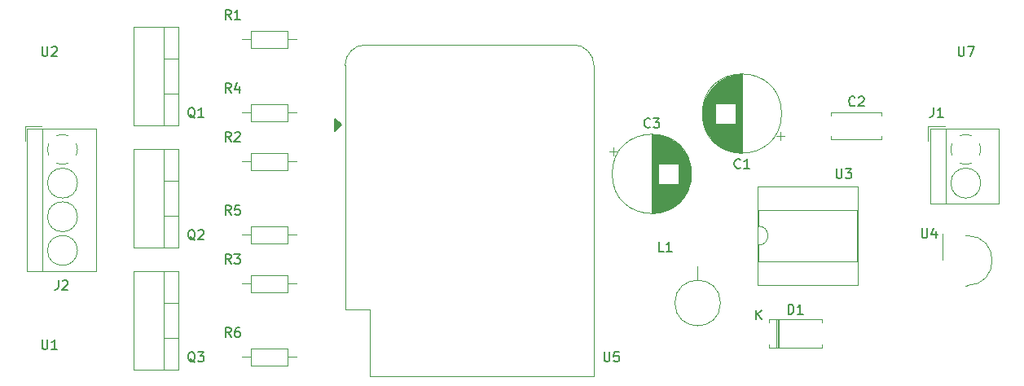
<source format=gbr>
%TF.GenerationSoftware,KiCad,Pcbnew,(6.0.2-0)*%
%TF.CreationDate,2024-01-10T11:36:12-05:00*%
%TF.ProjectId,arduino_control_rgb,61726475-696e-46f5-9f63-6f6e74726f6c,rev?*%
%TF.SameCoordinates,Original*%
%TF.FileFunction,Legend,Top*%
%TF.FilePolarity,Positive*%
%FSLAX46Y46*%
G04 Gerber Fmt 4.6, Leading zero omitted, Abs format (unit mm)*
G04 Created by KiCad (PCBNEW (6.0.2-0)) date 2024-01-10 11:36:12*
%MOMM*%
%LPD*%
G01*
G04 APERTURE LIST*
%ADD10C,0.150000*%
%ADD11C,0.120000*%
G04 APERTURE END LIST*
D10*
%TO.C,U7*%
X291338095Y-4532380D02*
X291338095Y-5341904D01*
X291385714Y-5437142D01*
X291433333Y-5484761D01*
X291528571Y-5532380D01*
X291719047Y-5532380D01*
X291814285Y-5484761D01*
X291861904Y-5437142D01*
X291909523Y-5341904D01*
X291909523Y-4532380D01*
X292290476Y-4532380D02*
X292957142Y-4532380D01*
X292528571Y-5532380D01*
%TO.C,U5*%
X254508095Y-36282380D02*
X254508095Y-37091904D01*
X254555714Y-37187142D01*
X254603333Y-37234761D01*
X254698571Y-37282380D01*
X254889047Y-37282380D01*
X254984285Y-37234761D01*
X255031904Y-37187142D01*
X255079523Y-37091904D01*
X255079523Y-36282380D01*
X256031904Y-36282380D02*
X255555714Y-36282380D01*
X255508095Y-36758571D01*
X255555714Y-36710952D01*
X255650952Y-36663333D01*
X255889047Y-36663333D01*
X255984285Y-36710952D01*
X256031904Y-36758571D01*
X256079523Y-36853809D01*
X256079523Y-37091904D01*
X256031904Y-37187142D01*
X255984285Y-37234761D01*
X255889047Y-37282380D01*
X255650952Y-37282380D01*
X255555714Y-37234761D01*
X255508095Y-37187142D01*
%TO.C,U4*%
X287528095Y-23442380D02*
X287528095Y-24251904D01*
X287575714Y-24347142D01*
X287623333Y-24394761D01*
X287718571Y-24442380D01*
X287909047Y-24442380D01*
X288004285Y-24394761D01*
X288051904Y-24347142D01*
X288099523Y-24251904D01*
X288099523Y-23442380D01*
X289004285Y-23775714D02*
X289004285Y-24442380D01*
X288766190Y-23394761D02*
X288528095Y-24109047D01*
X289147142Y-24109047D01*
%TO.C,U3*%
X278638095Y-17232380D02*
X278638095Y-18041904D01*
X278685714Y-18137142D01*
X278733333Y-18184761D01*
X278828571Y-18232380D01*
X279019047Y-18232380D01*
X279114285Y-18184761D01*
X279161904Y-18137142D01*
X279209523Y-18041904D01*
X279209523Y-17232380D01*
X279590476Y-17232380D02*
X280209523Y-17232380D01*
X279876190Y-17613333D01*
X280019047Y-17613333D01*
X280114285Y-17660952D01*
X280161904Y-17708571D01*
X280209523Y-17803809D01*
X280209523Y-18041904D01*
X280161904Y-18137142D01*
X280114285Y-18184761D01*
X280019047Y-18232380D01*
X279733333Y-18232380D01*
X279638095Y-18184761D01*
X279590476Y-18137142D01*
%TO.C,U2*%
X196088095Y-4532380D02*
X196088095Y-5341904D01*
X196135714Y-5437142D01*
X196183333Y-5484761D01*
X196278571Y-5532380D01*
X196469047Y-5532380D01*
X196564285Y-5484761D01*
X196611904Y-5437142D01*
X196659523Y-5341904D01*
X196659523Y-4532380D01*
X197088095Y-4627619D02*
X197135714Y-4580000D01*
X197230952Y-4532380D01*
X197469047Y-4532380D01*
X197564285Y-4580000D01*
X197611904Y-4627619D01*
X197659523Y-4722857D01*
X197659523Y-4818095D01*
X197611904Y-4960952D01*
X197040476Y-5532380D01*
X197659523Y-5532380D01*
%TO.C,U1*%
X196088095Y-35012380D02*
X196088095Y-35821904D01*
X196135714Y-35917142D01*
X196183333Y-35964761D01*
X196278571Y-36012380D01*
X196469047Y-36012380D01*
X196564285Y-35964761D01*
X196611904Y-35917142D01*
X196659523Y-35821904D01*
X196659523Y-35012380D01*
X197659523Y-36012380D02*
X197088095Y-36012380D01*
X197373809Y-36012380D02*
X197373809Y-35012380D01*
X197278571Y-35155238D01*
X197183333Y-35250476D01*
X197088095Y-35298095D01*
%TO.C,R6*%
X215733333Y-34742380D02*
X215400000Y-34266190D01*
X215161904Y-34742380D02*
X215161904Y-33742380D01*
X215542857Y-33742380D01*
X215638095Y-33790000D01*
X215685714Y-33837619D01*
X215733333Y-33932857D01*
X215733333Y-34075714D01*
X215685714Y-34170952D01*
X215638095Y-34218571D01*
X215542857Y-34266190D01*
X215161904Y-34266190D01*
X216590476Y-33742380D02*
X216400000Y-33742380D01*
X216304761Y-33790000D01*
X216257142Y-33837619D01*
X216161904Y-33980476D01*
X216114285Y-34170952D01*
X216114285Y-34551904D01*
X216161904Y-34647142D01*
X216209523Y-34694761D01*
X216304761Y-34742380D01*
X216495238Y-34742380D01*
X216590476Y-34694761D01*
X216638095Y-34647142D01*
X216685714Y-34551904D01*
X216685714Y-34313809D01*
X216638095Y-34218571D01*
X216590476Y-34170952D01*
X216495238Y-34123333D01*
X216304761Y-34123333D01*
X216209523Y-34170952D01*
X216161904Y-34218571D01*
X216114285Y-34313809D01*
%TO.C,R5*%
X215733333Y-22042380D02*
X215400000Y-21566190D01*
X215161904Y-22042380D02*
X215161904Y-21042380D01*
X215542857Y-21042380D01*
X215638095Y-21090000D01*
X215685714Y-21137619D01*
X215733333Y-21232857D01*
X215733333Y-21375714D01*
X215685714Y-21470952D01*
X215638095Y-21518571D01*
X215542857Y-21566190D01*
X215161904Y-21566190D01*
X216638095Y-21042380D02*
X216161904Y-21042380D01*
X216114285Y-21518571D01*
X216161904Y-21470952D01*
X216257142Y-21423333D01*
X216495238Y-21423333D01*
X216590476Y-21470952D01*
X216638095Y-21518571D01*
X216685714Y-21613809D01*
X216685714Y-21851904D01*
X216638095Y-21947142D01*
X216590476Y-21994761D01*
X216495238Y-22042380D01*
X216257142Y-22042380D01*
X216161904Y-21994761D01*
X216114285Y-21947142D01*
%TO.C,R4*%
X215733333Y-9342380D02*
X215400000Y-8866190D01*
X215161904Y-9342380D02*
X215161904Y-8342380D01*
X215542857Y-8342380D01*
X215638095Y-8390000D01*
X215685714Y-8437619D01*
X215733333Y-8532857D01*
X215733333Y-8675714D01*
X215685714Y-8770952D01*
X215638095Y-8818571D01*
X215542857Y-8866190D01*
X215161904Y-8866190D01*
X216590476Y-8675714D02*
X216590476Y-9342380D01*
X216352380Y-8294761D02*
X216114285Y-9009047D01*
X216733333Y-9009047D01*
%TO.C,R3*%
X215733333Y-27122380D02*
X215400000Y-26646190D01*
X215161904Y-27122380D02*
X215161904Y-26122380D01*
X215542857Y-26122380D01*
X215638095Y-26170000D01*
X215685714Y-26217619D01*
X215733333Y-26312857D01*
X215733333Y-26455714D01*
X215685714Y-26550952D01*
X215638095Y-26598571D01*
X215542857Y-26646190D01*
X215161904Y-26646190D01*
X216066666Y-26122380D02*
X216685714Y-26122380D01*
X216352380Y-26503333D01*
X216495238Y-26503333D01*
X216590476Y-26550952D01*
X216638095Y-26598571D01*
X216685714Y-26693809D01*
X216685714Y-26931904D01*
X216638095Y-27027142D01*
X216590476Y-27074761D01*
X216495238Y-27122380D01*
X216209523Y-27122380D01*
X216114285Y-27074761D01*
X216066666Y-27027142D01*
%TO.C,R2*%
X215733333Y-14422380D02*
X215400000Y-13946190D01*
X215161904Y-14422380D02*
X215161904Y-13422380D01*
X215542857Y-13422380D01*
X215638095Y-13470000D01*
X215685714Y-13517619D01*
X215733333Y-13612857D01*
X215733333Y-13755714D01*
X215685714Y-13850952D01*
X215638095Y-13898571D01*
X215542857Y-13946190D01*
X215161904Y-13946190D01*
X216114285Y-13517619D02*
X216161904Y-13470000D01*
X216257142Y-13422380D01*
X216495238Y-13422380D01*
X216590476Y-13470000D01*
X216638095Y-13517619D01*
X216685714Y-13612857D01*
X216685714Y-13708095D01*
X216638095Y-13850952D01*
X216066666Y-14422380D01*
X216685714Y-14422380D01*
%TO.C,R1*%
X215733333Y-1722380D02*
X215400000Y-1246190D01*
X215161904Y-1722380D02*
X215161904Y-722380D01*
X215542857Y-722380D01*
X215638095Y-770000D01*
X215685714Y-817619D01*
X215733333Y-912857D01*
X215733333Y-1055714D01*
X215685714Y-1150952D01*
X215638095Y-1198571D01*
X215542857Y-1246190D01*
X215161904Y-1246190D01*
X216685714Y-1722380D02*
X216114285Y-1722380D01*
X216400000Y-1722380D02*
X216400000Y-722380D01*
X216304761Y-865238D01*
X216209523Y-960476D01*
X216114285Y-1008095D01*
%TO.C,Q3*%
X211994761Y-37377619D02*
X211899523Y-37330000D01*
X211804285Y-37234761D01*
X211661428Y-37091904D01*
X211566190Y-37044285D01*
X211470952Y-37044285D01*
X211518571Y-37282380D02*
X211423333Y-37234761D01*
X211328095Y-37139523D01*
X211280476Y-36949047D01*
X211280476Y-36615714D01*
X211328095Y-36425238D01*
X211423333Y-36330000D01*
X211518571Y-36282380D01*
X211709047Y-36282380D01*
X211804285Y-36330000D01*
X211899523Y-36425238D01*
X211947142Y-36615714D01*
X211947142Y-36949047D01*
X211899523Y-37139523D01*
X211804285Y-37234761D01*
X211709047Y-37282380D01*
X211518571Y-37282380D01*
X212280476Y-36282380D02*
X212899523Y-36282380D01*
X212566190Y-36663333D01*
X212709047Y-36663333D01*
X212804285Y-36710952D01*
X212851904Y-36758571D01*
X212899523Y-36853809D01*
X212899523Y-37091904D01*
X212851904Y-37187142D01*
X212804285Y-37234761D01*
X212709047Y-37282380D01*
X212423333Y-37282380D01*
X212328095Y-37234761D01*
X212280476Y-37187142D01*
%TO.C,Q2*%
X211994761Y-24677619D02*
X211899523Y-24630000D01*
X211804285Y-24534761D01*
X211661428Y-24391904D01*
X211566190Y-24344285D01*
X211470952Y-24344285D01*
X211518571Y-24582380D02*
X211423333Y-24534761D01*
X211328095Y-24439523D01*
X211280476Y-24249047D01*
X211280476Y-23915714D01*
X211328095Y-23725238D01*
X211423333Y-23630000D01*
X211518571Y-23582380D01*
X211709047Y-23582380D01*
X211804285Y-23630000D01*
X211899523Y-23725238D01*
X211947142Y-23915714D01*
X211947142Y-24249047D01*
X211899523Y-24439523D01*
X211804285Y-24534761D01*
X211709047Y-24582380D01*
X211518571Y-24582380D01*
X212328095Y-23677619D02*
X212375714Y-23630000D01*
X212470952Y-23582380D01*
X212709047Y-23582380D01*
X212804285Y-23630000D01*
X212851904Y-23677619D01*
X212899523Y-23772857D01*
X212899523Y-23868095D01*
X212851904Y-24010952D01*
X212280476Y-24582380D01*
X212899523Y-24582380D01*
%TO.C,Q1*%
X211994761Y-11977619D02*
X211899523Y-11930000D01*
X211804285Y-11834761D01*
X211661428Y-11691904D01*
X211566190Y-11644285D01*
X211470952Y-11644285D01*
X211518571Y-11882380D02*
X211423333Y-11834761D01*
X211328095Y-11739523D01*
X211280476Y-11549047D01*
X211280476Y-11215714D01*
X211328095Y-11025238D01*
X211423333Y-10930000D01*
X211518571Y-10882380D01*
X211709047Y-10882380D01*
X211804285Y-10930000D01*
X211899523Y-11025238D01*
X211947142Y-11215714D01*
X211947142Y-11549047D01*
X211899523Y-11739523D01*
X211804285Y-11834761D01*
X211709047Y-11882380D01*
X211518571Y-11882380D01*
X212899523Y-11882380D02*
X212328095Y-11882380D01*
X212613809Y-11882380D02*
X212613809Y-10882380D01*
X212518571Y-11025238D01*
X212423333Y-11120476D01*
X212328095Y-11168095D01*
%TO.C,L1*%
X260698333Y-25852380D02*
X260222142Y-25852380D01*
X260222142Y-24852380D01*
X261555476Y-25852380D02*
X260984047Y-25852380D01*
X261269761Y-25852380D02*
X261269761Y-24852380D01*
X261174523Y-24995238D01*
X261079285Y-25090476D01*
X260984047Y-25138095D01*
%TO.C,J2*%
X197786666Y-28832380D02*
X197786666Y-29546666D01*
X197739047Y-29689523D01*
X197643809Y-29784761D01*
X197500952Y-29832380D01*
X197405714Y-29832380D01*
X198215238Y-28927619D02*
X198262857Y-28880000D01*
X198358095Y-28832380D01*
X198596190Y-28832380D01*
X198691428Y-28880000D01*
X198739047Y-28927619D01*
X198786666Y-29022857D01*
X198786666Y-29118095D01*
X198739047Y-29260952D01*
X198167619Y-29832380D01*
X198786666Y-29832380D01*
%TO.C,J1*%
X288736666Y-10882380D02*
X288736666Y-11596666D01*
X288689047Y-11739523D01*
X288593809Y-11834761D01*
X288450952Y-11882380D01*
X288355714Y-11882380D01*
X289736666Y-11882380D02*
X289165238Y-11882380D01*
X289450952Y-11882380D02*
X289450952Y-10882380D01*
X289355714Y-11025238D01*
X289260476Y-11120476D01*
X289165238Y-11168095D01*
%TO.C,D1*%
X273656904Y-32352380D02*
X273656904Y-31352380D01*
X273895000Y-31352380D01*
X274037857Y-31400000D01*
X274133095Y-31495238D01*
X274180714Y-31590476D01*
X274228333Y-31780952D01*
X274228333Y-31923809D01*
X274180714Y-32114285D01*
X274133095Y-32209523D01*
X274037857Y-32304761D01*
X273895000Y-32352380D01*
X273656904Y-32352380D01*
X275180714Y-32352380D02*
X274609285Y-32352380D01*
X274895000Y-32352380D02*
X274895000Y-31352380D01*
X274799761Y-31495238D01*
X274704523Y-31590476D01*
X274609285Y-31638095D01*
X270323095Y-32922380D02*
X270323095Y-31922380D01*
X270894523Y-32922380D02*
X270465952Y-32350952D01*
X270894523Y-31922380D02*
X270323095Y-32493809D01*
%TO.C,C3*%
X259303031Y-12887142D02*
X259255412Y-12934761D01*
X259112555Y-12982380D01*
X259017317Y-12982380D01*
X258874459Y-12934761D01*
X258779221Y-12839523D01*
X258731602Y-12744285D01*
X258683983Y-12553809D01*
X258683983Y-12410952D01*
X258731602Y-12220476D01*
X258779221Y-12125238D01*
X258874459Y-12030000D01*
X259017317Y-11982380D01*
X259112555Y-11982380D01*
X259255412Y-12030000D01*
X259303031Y-12077619D01*
X259636364Y-11982380D02*
X260255412Y-11982380D01*
X259922078Y-12363333D01*
X260064936Y-12363333D01*
X260160174Y-12410952D01*
X260207793Y-12458571D01*
X260255412Y-12553809D01*
X260255412Y-12791904D01*
X260207793Y-12887142D01*
X260160174Y-12934761D01*
X260064936Y-12982380D01*
X259779221Y-12982380D01*
X259683983Y-12934761D01*
X259636364Y-12887142D01*
%TO.C,C2*%
X280578333Y-10637142D02*
X280530714Y-10684761D01*
X280387857Y-10732380D01*
X280292619Y-10732380D01*
X280149761Y-10684761D01*
X280054523Y-10589523D01*
X280006904Y-10494285D01*
X279959285Y-10303809D01*
X279959285Y-10160952D01*
X280006904Y-9970476D01*
X280054523Y-9875238D01*
X280149761Y-9780000D01*
X280292619Y-9732380D01*
X280387857Y-9732380D01*
X280530714Y-9780000D01*
X280578333Y-9827619D01*
X280959285Y-9827619D02*
X281006904Y-9780000D01*
X281102142Y-9732380D01*
X281340238Y-9732380D01*
X281435476Y-9780000D01*
X281483095Y-9827619D01*
X281530714Y-9922857D01*
X281530714Y-10018095D01*
X281483095Y-10160952D01*
X280911666Y-10732380D01*
X281530714Y-10732380D01*
%TO.C,C1*%
X268668333Y-17117142D02*
X268620714Y-17164761D01*
X268477857Y-17212380D01*
X268382619Y-17212380D01*
X268239761Y-17164761D01*
X268144523Y-17069523D01*
X268096904Y-16974285D01*
X268049285Y-16783809D01*
X268049285Y-16640952D01*
X268096904Y-16450476D01*
X268144523Y-16355238D01*
X268239761Y-16260000D01*
X268382619Y-16212380D01*
X268477857Y-16212380D01*
X268620714Y-16260000D01*
X268668333Y-16307619D01*
X269620714Y-17212380D02*
X269049285Y-17212380D01*
X269335000Y-17212380D02*
X269335000Y-16212380D01*
X269239761Y-16355238D01*
X269144523Y-16450476D01*
X269049285Y-16498095D01*
D11*
%TO.C,U5*%
X227585000Y-31920000D02*
X230125000Y-31920000D01*
X230125000Y-31920000D02*
X230125000Y-38820000D01*
X230125000Y-38820000D02*
X253445000Y-38820000D01*
X227585000Y-31920000D02*
X227585000Y-6490000D01*
X251325000Y-4360000D02*
X229715000Y-4360000D01*
X253445000Y-38820000D02*
X253445000Y-6490000D01*
X253445000Y-6490000D02*
G75*
G03*
X251315000Y-4360000I-2130002J-2D01*
G01*
X229715000Y-4360000D02*
G75*
G03*
X227585000Y-6490000I2J-2130002D01*
G01*
D10*
X226545000Y-12065000D02*
X226545000Y-13335000D01*
X226545000Y-13335000D02*
X227180000Y-12700000D01*
X227180000Y-12700000D02*
X226545000Y-12065000D01*
G36*
X227180000Y-12700000D02*
G01*
X226545000Y-13335000D01*
X226545000Y-12065000D01*
X227180000Y-12700000D01*
G37*
X227180000Y-12700000D02*
X226545000Y-13335000D01*
X226545000Y-12065000D01*
X227180000Y-12700000D01*
D11*
%TO.C,U4*%
X292240302Y-29390000D02*
X292040302Y-29390000D01*
X292240302Y-24190000D02*
X292040302Y-24190000D01*
X289680302Y-23990000D02*
X289680302Y-26750000D01*
X292240302Y-29390000D02*
G75*
G03*
X292240302Y-24190000I0J2600000D01*
G01*
%TO.C,U3*%
X270475000Y-19060000D02*
X270475000Y-29340000D01*
X280815000Y-21550000D02*
X270535000Y-21550000D01*
X270535000Y-21550000D02*
X270535000Y-23200000D01*
X270535000Y-25200000D02*
X270535000Y-26850000D01*
X270475000Y-29340000D02*
X280875000Y-29340000D01*
X270535000Y-26850000D02*
X280815000Y-26850000D01*
X280875000Y-29340000D02*
X280875000Y-19060000D01*
X280815000Y-26850000D02*
X280815000Y-21550000D01*
X280875000Y-19060000D02*
X270475000Y-19060000D01*
X270535000Y-25200000D02*
G75*
G03*
X270535000Y-23200000I0J1000000D01*
G01*
%TO.C,R6*%
X217790000Y-35910000D02*
X217790000Y-37750000D01*
X217790000Y-37750000D02*
X221630000Y-37750000D01*
X221630000Y-35910000D02*
X217790000Y-35910000D01*
X216840000Y-36830000D02*
X217790000Y-36830000D01*
X221630000Y-37750000D02*
X221630000Y-35910000D01*
X222580000Y-36830000D02*
X221630000Y-36830000D01*
%TO.C,R5*%
X222580000Y-24130000D02*
X221630000Y-24130000D01*
X221630000Y-25050000D02*
X221630000Y-23210000D01*
X216840000Y-24130000D02*
X217790000Y-24130000D01*
X221630000Y-23210000D02*
X217790000Y-23210000D01*
X217790000Y-25050000D02*
X221630000Y-25050000D01*
X217790000Y-23210000D02*
X217790000Y-25050000D01*
%TO.C,R4*%
X217790000Y-10510000D02*
X217790000Y-12350000D01*
X217790000Y-12350000D02*
X221630000Y-12350000D01*
X221630000Y-10510000D02*
X217790000Y-10510000D01*
X216840000Y-11430000D02*
X217790000Y-11430000D01*
X221630000Y-12350000D02*
X221630000Y-10510000D01*
X222580000Y-11430000D02*
X221630000Y-11430000D01*
%TO.C,R3*%
X222580000Y-29210000D02*
X221630000Y-29210000D01*
X221630000Y-30130000D02*
X221630000Y-28290000D01*
X216840000Y-29210000D02*
X217790000Y-29210000D01*
X221630000Y-28290000D02*
X217790000Y-28290000D01*
X217790000Y-30130000D02*
X221630000Y-30130000D01*
X217790000Y-28290000D02*
X217790000Y-30130000D01*
%TO.C,R2*%
X217790000Y-15590000D02*
X217790000Y-17430000D01*
X217790000Y-17430000D02*
X221630000Y-17430000D01*
X221630000Y-15590000D02*
X217790000Y-15590000D01*
X216840000Y-16510000D02*
X217790000Y-16510000D01*
X221630000Y-17430000D02*
X221630000Y-15590000D01*
X222580000Y-16510000D02*
X221630000Y-16510000D01*
%TO.C,R1*%
X217790000Y-2890000D02*
X217790000Y-4730000D01*
X217790000Y-4730000D02*
X221630000Y-4730000D01*
X221630000Y-2890000D02*
X217790000Y-2890000D01*
X216840000Y-3810000D02*
X217790000Y-3810000D01*
X221630000Y-4730000D02*
X221630000Y-2890000D01*
X222580000Y-3810000D02*
X221630000Y-3810000D01*
%TO.C,Q3*%
X210280000Y-27900000D02*
X210280000Y-38140000D01*
X210280000Y-31170000D02*
X208770000Y-31170000D01*
X210280000Y-34871000D02*
X208770000Y-34871000D01*
X210280000Y-27900000D02*
X205639000Y-27900000D01*
X205639000Y-27900000D02*
X205639000Y-38140000D01*
X210280000Y-38140000D02*
X205639000Y-38140000D01*
X208770000Y-27900000D02*
X208770000Y-38140000D01*
%TO.C,Q2*%
X210280000Y-15200000D02*
X210280000Y-25440000D01*
X210280000Y-18470000D02*
X208770000Y-18470000D01*
X210280000Y-22171000D02*
X208770000Y-22171000D01*
X210280000Y-15200000D02*
X205639000Y-15200000D01*
X205639000Y-15200000D02*
X205639000Y-25440000D01*
X210280000Y-25440000D02*
X205639000Y-25440000D01*
X208770000Y-15200000D02*
X208770000Y-25440000D01*
%TO.C,Q1*%
X210280000Y-2500000D02*
X210280000Y-12740000D01*
X210280000Y-5770000D02*
X208770000Y-5770000D01*
X210280000Y-9471000D02*
X208770000Y-9471000D01*
X210280000Y-2500000D02*
X205639000Y-2500000D01*
X205639000Y-2500000D02*
X205639000Y-12740000D01*
X210280000Y-12740000D02*
X205639000Y-12740000D01*
X208770000Y-2500000D02*
X208770000Y-12740000D01*
%TO.C,L1*%
X264235000Y-28835000D02*
X264235000Y-27425000D01*
X266605000Y-31205000D02*
G75*
G03*
X266605000Y-31205000I-2370000J0D01*
G01*
%TO.C,J2*%
X199775000Y-22240000D02*
G75*
G03*
X199775000Y-22240000I-1555000J0D01*
G01*
X199775000Y-25740000D02*
G75*
G03*
X199775000Y-25740000I-1555000J0D01*
G01*
X199775000Y-18740000D02*
G75*
G03*
X199775000Y-18740000I-1555000J0D01*
G01*
X196665000Y-15240000D02*
G75*
G03*
X196788615Y-15847587I1554997J-1D01*
G01*
X197612000Y-16672000D02*
G75*
G03*
X198827742Y-16672109I607999J1432003D01*
G01*
X196788000Y-14632000D02*
G75*
G03*
X196664507Y-15267011I1431988J-607998D01*
G01*
X199652000Y-15848000D02*
G75*
G03*
X199652109Y-14632258I-1432003J607999D01*
G01*
X198828000Y-13808000D02*
G75*
G03*
X197612258Y-13807891I-607999J-1432003D01*
G01*
X196120000Y-13080000D02*
X196120000Y-27900000D01*
X201680000Y-13080000D02*
X201680000Y-27900000D01*
X201680000Y-13080000D02*
X194560000Y-13080000D01*
X194560000Y-13080000D02*
X194560000Y-27900000D01*
X194320000Y-12840000D02*
X194320000Y-14340000D01*
X201680000Y-27900000D02*
X194560000Y-27900000D01*
X196060000Y-12840000D02*
X194320000Y-12840000D01*
%TO.C,J1*%
X295560000Y-13080000D02*
X295560000Y-20900000D01*
X295560000Y-20900000D02*
X288440000Y-20900000D01*
X290000000Y-13080000D02*
X290000000Y-20900000D01*
X289940000Y-12840000D02*
X288200000Y-12840000D01*
X295560000Y-13080000D02*
X288440000Y-13080000D01*
X288200000Y-12840000D02*
X288200000Y-14340000D01*
X288440000Y-13080000D02*
X288440000Y-20900000D01*
X291492000Y-16672000D02*
G75*
G03*
X292707742Y-16672109I607999J1432003D01*
G01*
X290545000Y-15240000D02*
G75*
G03*
X290668615Y-15847587I1554997J-1D01*
G01*
X293532000Y-15848000D02*
G75*
G03*
X293532109Y-14632258I-1432003J607999D01*
G01*
X290668000Y-14632000D02*
G75*
G03*
X290544507Y-15267011I1431988J-607998D01*
G01*
X292708000Y-13808000D02*
G75*
G03*
X291492258Y-13807891I-607999J-1432003D01*
G01*
X293655000Y-18740000D02*
G75*
G03*
X293655000Y-18740000I-1555000J0D01*
G01*
%TO.C,D1*%
X272575000Y-32900000D02*
X272575000Y-35840000D01*
X271675000Y-32900000D02*
X277115000Y-32900000D01*
X272455000Y-32900000D02*
X272455000Y-35840000D01*
X271675000Y-33230000D02*
X271675000Y-32900000D01*
X271675000Y-35840000D02*
X277115000Y-35840000D01*
X272695000Y-32900000D02*
X272695000Y-35840000D01*
X271675000Y-35510000D02*
X271675000Y-35840000D01*
X277115000Y-35840000D02*
X277115000Y-35510000D01*
X277115000Y-32900000D02*
X277115000Y-33230000D01*
%TO.C,C3*%
X262310698Y-14835000D02*
X262310698Y-20725000D01*
X260029698Y-13738000D02*
X260029698Y-21822000D01*
X260310698Y-18820000D02*
X260310698Y-21774000D01*
X259669698Y-13704000D02*
X259669698Y-21856000D01*
X259869698Y-13719000D02*
X259869698Y-21841000D01*
X260750698Y-18820000D02*
X260750698Y-21657000D01*
X262870698Y-15493000D02*
X262870698Y-20067000D01*
X260830698Y-13930000D02*
X260830698Y-16740000D01*
X260510698Y-13833000D02*
X260510698Y-16740000D01*
X263230698Y-16135000D02*
X263230698Y-19425000D01*
X262710698Y-15275000D02*
X262710698Y-20285000D01*
X259629698Y-13703000D02*
X259629698Y-21857000D01*
X261510698Y-18820000D02*
X261510698Y-21320000D01*
X260430698Y-18820000D02*
X260430698Y-21747000D01*
X261030698Y-18820000D02*
X261030698Y-21554000D01*
X262350698Y-14873000D02*
X262350698Y-20687000D01*
X261230698Y-14094000D02*
X261230698Y-16740000D01*
X261110698Y-14040000D02*
X261110698Y-16740000D01*
X262550698Y-15083000D02*
X262550698Y-20477000D01*
X260270698Y-13778000D02*
X260270698Y-16740000D01*
X260230698Y-18820000D02*
X260230698Y-21790000D01*
X261750698Y-14388000D02*
X261750698Y-16740000D01*
X260990698Y-13990000D02*
X260990698Y-16740000D01*
X260670698Y-18820000D02*
X260670698Y-21682000D01*
X260710698Y-13891000D02*
X260710698Y-16740000D01*
X260430698Y-13813000D02*
X260430698Y-16740000D01*
X261590698Y-18820000D02*
X261590698Y-21273000D01*
X262670698Y-15224000D02*
X262670698Y-20336000D01*
X263150698Y-15967000D02*
X263150698Y-19593000D01*
X260230698Y-13770000D02*
X260230698Y-16740000D01*
X260109698Y-13750000D02*
X260109698Y-21810000D01*
X259509698Y-13700000D02*
X259509698Y-21860000D01*
X261630698Y-14311000D02*
X261630698Y-16740000D01*
X260550698Y-13844000D02*
X260550698Y-16740000D01*
X260790698Y-18820000D02*
X260790698Y-21643000D01*
X262430698Y-14954000D02*
X262430698Y-20606000D01*
X262950698Y-15614000D02*
X262950698Y-19946000D01*
X262110698Y-14656000D02*
X262110698Y-16740000D01*
X261990698Y-18820000D02*
X261990698Y-21000000D01*
X259829698Y-13715000D02*
X259829698Y-21845000D01*
X263390698Y-16551000D02*
X263390698Y-19009000D01*
X261430698Y-18820000D02*
X261430698Y-21364000D01*
X260390698Y-13804000D02*
X260390698Y-16740000D01*
X255460000Y-15065000D02*
X255460000Y-15865000D01*
X260590698Y-13855000D02*
X260590698Y-16740000D01*
X260270698Y-18820000D02*
X260270698Y-21782000D01*
X260470698Y-13823000D02*
X260470698Y-16740000D01*
X261150698Y-18820000D02*
X261150698Y-21502000D01*
X261710698Y-18820000D02*
X261710698Y-21198000D01*
X259749698Y-13709000D02*
X259749698Y-21851000D01*
X260870698Y-13945000D02*
X260870698Y-16740000D01*
X261390698Y-14174000D02*
X261390698Y-16740000D01*
X261270698Y-18820000D02*
X261270698Y-21446000D01*
X262030698Y-18820000D02*
X262030698Y-20969000D01*
X260630698Y-18820000D02*
X260630698Y-21694000D01*
X260310698Y-13786000D02*
X260310698Y-16740000D01*
X261390698Y-18820000D02*
X261390698Y-21386000D01*
X262590698Y-15129000D02*
X262590698Y-20431000D01*
X261110698Y-18820000D02*
X261110698Y-21520000D01*
X260710698Y-18820000D02*
X260710698Y-21669000D01*
X261790698Y-18820000D02*
X261790698Y-21145000D01*
X260190698Y-18820000D02*
X260190698Y-21797000D01*
X261470698Y-18820000D02*
X261470698Y-21342000D01*
X262070698Y-18820000D02*
X262070698Y-20936000D01*
X262190698Y-18820000D02*
X262190698Y-20835000D01*
X262510698Y-15039000D02*
X262510698Y-20521000D01*
X261550698Y-14263000D02*
X261550698Y-16740000D01*
X260870698Y-18820000D02*
X260870698Y-21615000D01*
X261510698Y-14240000D02*
X261510698Y-16740000D01*
X262110698Y-18820000D02*
X262110698Y-20904000D01*
X262230698Y-14761000D02*
X262230698Y-16740000D01*
X259989698Y-13732000D02*
X259989698Y-21828000D01*
X261190698Y-18820000D02*
X261190698Y-21484000D01*
X260990698Y-18820000D02*
X260990698Y-21570000D01*
X261830698Y-14442000D02*
X261830698Y-16740000D01*
X260149698Y-13756000D02*
X260149698Y-21804000D01*
X260350698Y-18820000D02*
X260350698Y-21765000D01*
X262150698Y-14690000D02*
X262150698Y-16740000D01*
X263070698Y-15816000D02*
X263070698Y-19744000D01*
X262990698Y-15678000D02*
X262990698Y-19882000D01*
X263550698Y-17247000D02*
X263550698Y-18313000D01*
X262790698Y-15380000D02*
X262790698Y-20180000D01*
X261750698Y-18820000D02*
X261750698Y-21172000D01*
X261910698Y-14500000D02*
X261910698Y-16740000D01*
X260790698Y-13917000D02*
X260790698Y-16740000D01*
X263030698Y-15746000D02*
X263030698Y-19814000D01*
X261550698Y-18820000D02*
X261550698Y-21297000D01*
X261470698Y-14218000D02*
X261470698Y-16740000D01*
X259589698Y-13701000D02*
X259589698Y-21859000D01*
X260910698Y-18820000D02*
X260910698Y-21601000D01*
X262270698Y-14797000D02*
X262270698Y-20763000D01*
X262230698Y-18820000D02*
X262230698Y-20799000D01*
X262150698Y-18820000D02*
X262150698Y-20870000D01*
X261350698Y-18820000D02*
X261350698Y-21407000D01*
X259709698Y-13706000D02*
X259709698Y-21854000D01*
X262470698Y-14996000D02*
X262470698Y-20564000D01*
X262190698Y-14725000D02*
X262190698Y-16740000D01*
X261190698Y-14076000D02*
X261190698Y-16740000D01*
X260910698Y-13959000D02*
X260910698Y-16740000D01*
X261830698Y-18820000D02*
X261830698Y-21118000D01*
X260550698Y-18820000D02*
X260550698Y-21716000D01*
X260750698Y-13903000D02*
X260750698Y-16740000D01*
X261150698Y-14058000D02*
X261150698Y-16740000D01*
X261910698Y-18820000D02*
X261910698Y-21060000D01*
X261590698Y-14287000D02*
X261590698Y-16740000D01*
X260470698Y-18820000D02*
X260470698Y-21737000D01*
X255060000Y-15465000D02*
X255860000Y-15465000D01*
X263510698Y-17012000D02*
X263510698Y-18548000D01*
X260950698Y-18820000D02*
X260950698Y-21585000D01*
X260670698Y-13878000D02*
X260670698Y-16740000D01*
X260510698Y-18820000D02*
X260510698Y-21727000D01*
X262390698Y-14913000D02*
X262390698Y-20647000D01*
X260350698Y-13795000D02*
X260350698Y-16740000D01*
X263110698Y-15890000D02*
X263110698Y-19670000D01*
X261950698Y-18820000D02*
X261950698Y-21030000D01*
X261790698Y-14415000D02*
X261790698Y-16740000D01*
X261430698Y-14196000D02*
X261430698Y-16740000D01*
X260590698Y-18820000D02*
X260590698Y-21705000D01*
X261070698Y-18820000D02*
X261070698Y-21537000D01*
X262830698Y-15435000D02*
X262830698Y-20125000D01*
X261670698Y-18820000D02*
X261670698Y-21224000D01*
X261270698Y-14114000D02*
X261270698Y-16740000D01*
X262030698Y-14591000D02*
X262030698Y-16740000D01*
X261990698Y-14560000D02*
X261990698Y-16740000D01*
X261030698Y-14006000D02*
X261030698Y-16740000D01*
X261350698Y-14153000D02*
X261350698Y-16740000D01*
X263270698Y-16228000D02*
X263270698Y-19332000D01*
X259469698Y-13700000D02*
X259469698Y-21860000D01*
X261630698Y-18820000D02*
X261630698Y-21249000D01*
X260950698Y-13975000D02*
X260950698Y-16740000D01*
X260390698Y-18820000D02*
X260390698Y-21756000D01*
X259949698Y-13728000D02*
X259949698Y-21832000D01*
X260190698Y-13763000D02*
X260190698Y-16740000D01*
X261710698Y-14362000D02*
X261710698Y-16740000D01*
X262070698Y-14624000D02*
X262070698Y-16740000D01*
X262910698Y-15552000D02*
X262910698Y-20008000D01*
X261950698Y-14530000D02*
X261950698Y-16740000D01*
X263350698Y-16434000D02*
X263350698Y-19126000D01*
X260830698Y-18820000D02*
X260830698Y-21630000D01*
X259549698Y-13700000D02*
X259549698Y-21860000D01*
X262630698Y-15176000D02*
X262630698Y-20384000D01*
X260069698Y-13743000D02*
X260069698Y-21817000D01*
X261310698Y-14133000D02*
X261310698Y-16740000D01*
X261870698Y-14471000D02*
X261870698Y-16740000D01*
X263430698Y-16682000D02*
X263430698Y-18878000D01*
X263190698Y-16049000D02*
X263190698Y-19511000D01*
X259789698Y-13712000D02*
X259789698Y-21848000D01*
X263310698Y-16327000D02*
X263310698Y-19233000D01*
X261310698Y-18820000D02*
X261310698Y-21427000D01*
X261670698Y-14336000D02*
X261670698Y-16740000D01*
X261070698Y-14023000D02*
X261070698Y-16740000D01*
X261230698Y-18820000D02*
X261230698Y-21466000D01*
X259909698Y-13723000D02*
X259909698Y-21837000D01*
X263470698Y-16832000D02*
X263470698Y-18728000D01*
X262750698Y-15326000D02*
X262750698Y-20234000D01*
X260630698Y-13866000D02*
X260630698Y-16740000D01*
X261870698Y-18820000D02*
X261870698Y-21089000D01*
X263589698Y-17780000D02*
G75*
G03*
X263589698Y-17780000I-4120000J0D01*
G01*
%TO.C,C2*%
X283365000Y-13835000D02*
X283365000Y-14150000D01*
X278125000Y-11410000D02*
X283365000Y-11410000D01*
X278125000Y-14150000D02*
X283365000Y-14150000D01*
X283365000Y-11410000D02*
X283365000Y-11725000D01*
X278125000Y-13835000D02*
X278125000Y-14150000D01*
X278125000Y-11410000D02*
X278125000Y-11725000D01*
%TO.C,C1*%
X272955000Y-11510000D02*
G75*
G03*
X272955000Y-11510000I-4120000J0D01*
G01*
X266434000Y-10470000D02*
X266434000Y-8201000D01*
X267674000Y-15424000D02*
X267674000Y-12550000D01*
X265554000Y-13964000D02*
X265554000Y-9056000D01*
X264834000Y-12458000D02*
X264834000Y-10562000D01*
X268395000Y-15567000D02*
X268395000Y-7453000D01*
X267074000Y-10470000D02*
X267074000Y-7824000D01*
X267234000Y-15267000D02*
X267234000Y-12550000D01*
X266634000Y-14954000D02*
X266634000Y-12550000D01*
X266994000Y-10470000D02*
X266994000Y-7863000D01*
X264994000Y-12963000D02*
X264994000Y-10057000D01*
X268515000Y-15578000D02*
X268515000Y-7442000D01*
X265114000Y-13241000D02*
X265114000Y-9779000D01*
X264874000Y-12608000D02*
X264874000Y-10412000D01*
X266434000Y-14819000D02*
X266434000Y-12550000D01*
X266994000Y-15157000D02*
X266994000Y-12550000D01*
X268235000Y-15547000D02*
X268235000Y-7473000D01*
X265674000Y-14114000D02*
X265674000Y-8906000D01*
X268755000Y-15590000D02*
X268755000Y-7430000D01*
X267474000Y-10470000D02*
X267474000Y-7660000D01*
X264954000Y-12856000D02*
X264954000Y-10164000D01*
X266354000Y-14760000D02*
X266354000Y-12550000D01*
X265394000Y-13738000D02*
X265394000Y-9282000D01*
X266234000Y-14666000D02*
X266234000Y-12550000D01*
X266594000Y-14928000D02*
X266594000Y-12550000D01*
X268114000Y-15527000D02*
X268114000Y-12550000D01*
X268355000Y-15562000D02*
X268355000Y-7458000D01*
X267914000Y-10470000D02*
X267914000Y-7534000D01*
X267354000Y-15315000D02*
X267354000Y-12550000D01*
X266674000Y-10470000D02*
X266674000Y-8041000D01*
X268835000Y-15590000D02*
X268835000Y-7430000D01*
X265034000Y-13062000D02*
X265034000Y-9958000D01*
X266954000Y-15137000D02*
X266954000Y-12550000D01*
X267274000Y-15284000D02*
X267274000Y-12550000D01*
X266314000Y-14730000D02*
X266314000Y-12550000D01*
X266274000Y-14699000D02*
X266274000Y-12550000D01*
X267034000Y-15176000D02*
X267034000Y-12550000D01*
X266634000Y-10470000D02*
X266634000Y-8066000D01*
X265474000Y-13855000D02*
X265474000Y-9165000D01*
X267234000Y-10470000D02*
X267234000Y-7753000D01*
X267714000Y-10470000D02*
X267714000Y-7585000D01*
X266874000Y-15094000D02*
X266874000Y-12550000D01*
X266514000Y-14875000D02*
X266514000Y-12550000D01*
X266354000Y-10470000D02*
X266354000Y-8260000D01*
X265194000Y-13400000D02*
X265194000Y-9620000D01*
X267954000Y-15495000D02*
X267954000Y-12550000D01*
X265914000Y-14377000D02*
X265914000Y-8643000D01*
X267794000Y-10470000D02*
X267794000Y-7563000D01*
X267634000Y-15412000D02*
X267634000Y-12550000D01*
X267354000Y-10470000D02*
X267354000Y-7705000D01*
X264794000Y-12278000D02*
X264794000Y-10742000D01*
X273244698Y-13825000D02*
X272444698Y-13825000D01*
X267834000Y-10470000D02*
X267834000Y-7553000D01*
X266714000Y-15003000D02*
X266714000Y-12550000D01*
X266394000Y-10470000D02*
X266394000Y-8230000D01*
X267154000Y-15232000D02*
X267154000Y-12550000D01*
X267554000Y-15387000D02*
X267554000Y-12550000D01*
X267754000Y-10470000D02*
X267754000Y-7574000D01*
X266474000Y-10470000D02*
X266474000Y-8172000D01*
X267394000Y-15331000D02*
X267394000Y-12550000D01*
X267114000Y-15214000D02*
X267114000Y-12550000D01*
X266114000Y-14565000D02*
X266114000Y-12550000D01*
X265834000Y-14294000D02*
X265834000Y-8726000D01*
X268595000Y-15584000D02*
X268595000Y-7436000D01*
X266954000Y-10470000D02*
X266954000Y-7883000D01*
X266154000Y-10470000D02*
X266154000Y-8420000D01*
X266074000Y-10470000D02*
X266074000Y-8491000D01*
X266034000Y-14493000D02*
X266034000Y-8527000D01*
X267394000Y-10470000D02*
X267394000Y-7689000D01*
X268715000Y-15589000D02*
X268715000Y-7431000D01*
X266834000Y-15072000D02*
X266834000Y-12550000D01*
X266754000Y-10470000D02*
X266754000Y-7993000D01*
X265274000Y-13544000D02*
X265274000Y-9476000D01*
X267514000Y-15373000D02*
X267514000Y-12550000D01*
X266394000Y-14790000D02*
X266394000Y-12550000D01*
X266554000Y-10470000D02*
X266554000Y-8118000D01*
X265514000Y-13910000D02*
X265514000Y-9110000D01*
X264754000Y-12043000D02*
X264754000Y-10977000D01*
X265314000Y-13612000D02*
X265314000Y-9408000D01*
X265234000Y-13474000D02*
X265234000Y-9546000D01*
X266154000Y-14600000D02*
X266154000Y-12550000D01*
X267954000Y-10470000D02*
X267954000Y-7525000D01*
X268155000Y-15534000D02*
X268155000Y-7486000D01*
X266474000Y-14848000D02*
X266474000Y-12550000D01*
X267314000Y-10470000D02*
X267314000Y-7720000D01*
X267114000Y-10470000D02*
X267114000Y-7806000D01*
X268315000Y-15558000D02*
X268315000Y-7462000D01*
X266074000Y-14529000D02*
X266074000Y-12550000D01*
X266194000Y-10470000D02*
X266194000Y-8386000D01*
X266794000Y-15050000D02*
X266794000Y-12550000D01*
X267434000Y-10470000D02*
X267434000Y-7675000D01*
X266754000Y-15027000D02*
X266754000Y-12550000D01*
X265794000Y-14251000D02*
X265794000Y-8769000D01*
X266114000Y-10470000D02*
X266114000Y-8455000D01*
X266234000Y-10470000D02*
X266234000Y-8354000D01*
X266834000Y-10470000D02*
X266834000Y-7948000D01*
X268114000Y-10470000D02*
X268114000Y-7493000D01*
X266514000Y-10470000D02*
X266514000Y-8145000D01*
X267594000Y-10470000D02*
X267594000Y-7621000D01*
X267194000Y-10470000D02*
X267194000Y-7770000D01*
X265714000Y-14161000D02*
X265714000Y-8859000D01*
X266914000Y-10470000D02*
X266914000Y-7904000D01*
X267994000Y-15504000D02*
X267994000Y-12550000D01*
X267674000Y-10470000D02*
X267674000Y-7596000D01*
X266274000Y-10470000D02*
X266274000Y-8321000D01*
X267034000Y-10470000D02*
X267034000Y-7844000D01*
X266914000Y-15116000D02*
X266914000Y-12550000D01*
X267434000Y-15345000D02*
X267434000Y-12550000D01*
X268555000Y-15581000D02*
X268555000Y-7439000D01*
X266594000Y-10470000D02*
X266594000Y-8092000D01*
X267154000Y-10470000D02*
X267154000Y-7788000D01*
X267834000Y-15467000D02*
X267834000Y-12550000D01*
X268034000Y-10470000D02*
X268034000Y-7508000D01*
X267714000Y-15435000D02*
X267714000Y-12550000D01*
X272844698Y-14225000D02*
X272844698Y-13425000D01*
X267914000Y-15486000D02*
X267914000Y-12550000D01*
X266874000Y-10470000D02*
X266874000Y-7926000D01*
X264914000Y-12739000D02*
X264914000Y-10281000D01*
X268475000Y-15575000D02*
X268475000Y-7445000D01*
X266314000Y-10470000D02*
X266314000Y-8290000D01*
X266194000Y-14634000D02*
X266194000Y-12550000D01*
X265354000Y-13676000D02*
X265354000Y-9344000D01*
X265874000Y-14336000D02*
X265874000Y-8684000D01*
X267514000Y-10470000D02*
X267514000Y-7647000D01*
X267754000Y-15446000D02*
X267754000Y-12550000D01*
X266674000Y-14979000D02*
X266674000Y-12550000D01*
X268795000Y-15590000D02*
X268795000Y-7430000D01*
X268195000Y-15540000D02*
X268195000Y-7480000D01*
X268074000Y-15520000D02*
X268074000Y-12550000D01*
X265154000Y-13323000D02*
X265154000Y-9697000D01*
X265634000Y-14066000D02*
X265634000Y-8954000D01*
X266714000Y-10470000D02*
X266714000Y-8017000D01*
X267874000Y-15477000D02*
X267874000Y-12550000D01*
X267594000Y-15399000D02*
X267594000Y-12550000D01*
X267634000Y-10470000D02*
X267634000Y-7608000D01*
X267314000Y-15300000D02*
X267314000Y-12550000D01*
X266554000Y-14902000D02*
X266554000Y-12550000D01*
X268074000Y-10470000D02*
X268074000Y-7500000D01*
X268034000Y-15512000D02*
X268034000Y-12550000D01*
X265754000Y-14207000D02*
X265754000Y-8813000D01*
X267194000Y-15250000D02*
X267194000Y-12550000D01*
X267074000Y-15196000D02*
X267074000Y-12550000D01*
X265954000Y-14417000D02*
X265954000Y-8603000D01*
X267274000Y-10470000D02*
X267274000Y-7736000D01*
X267874000Y-10470000D02*
X267874000Y-7543000D01*
X266794000Y-10470000D02*
X266794000Y-7970000D01*
X268675000Y-15587000D02*
X268675000Y-7433000D01*
X265594000Y-14015000D02*
X265594000Y-9005000D01*
X265074000Y-13155000D02*
X265074000Y-9865000D01*
X267794000Y-15457000D02*
X267794000Y-12550000D01*
X267474000Y-15360000D02*
X267474000Y-12550000D01*
X265434000Y-13797000D02*
X265434000Y-9223000D01*
X267554000Y-10470000D02*
X267554000Y-7633000D01*
X268435000Y-15571000D02*
X268435000Y-7449000D01*
X268635000Y-15586000D02*
X268635000Y-7434000D01*
X267994000Y-10470000D02*
X267994000Y-7516000D01*
X268275000Y-15552000D02*
X268275000Y-7468000D01*
X265994000Y-14455000D02*
X265994000Y-8565000D01*
%TD*%
M02*

</source>
